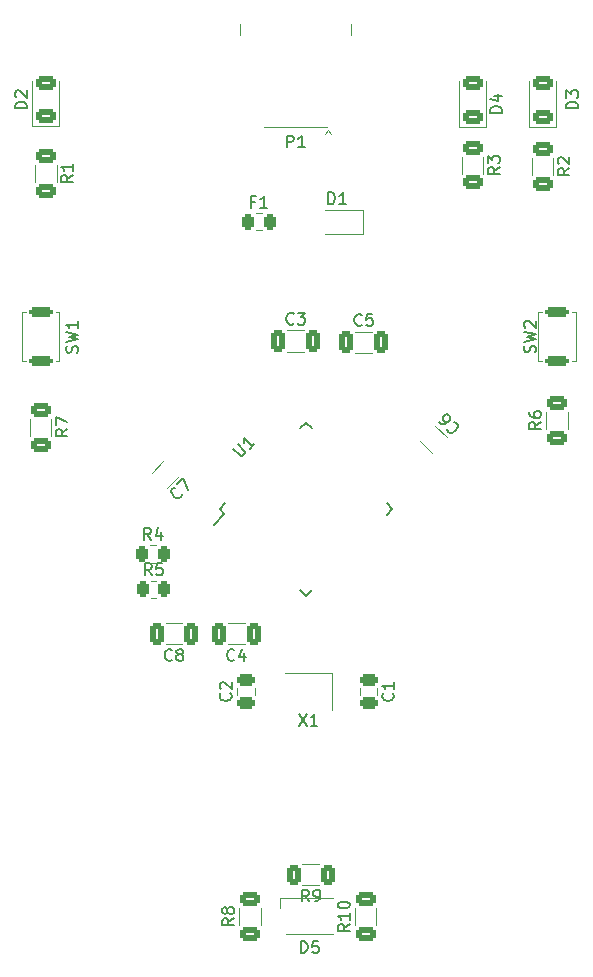
<source format=gto>
G04 #@! TF.GenerationSoftware,KiCad,Pcbnew,6.0.11-2627ca5db0~126~ubuntu22.04.1*
G04 #@! TF.CreationDate,2023-08-07T18:38:46+02:00*
G04 #@! TF.ProjectId,Qoobinoo,516f6f62-696e-46f6-9f2e-6b696361645f,rev?*
G04 #@! TF.SameCoordinates,Original*
G04 #@! TF.FileFunction,Legend,Top*
G04 #@! TF.FilePolarity,Positive*
%FSLAX46Y46*%
G04 Gerber Fmt 4.6, Leading zero omitted, Abs format (unit mm)*
G04 Created by KiCad (PCBNEW 6.0.11-2627ca5db0~126~ubuntu22.04.1) date 2023-08-07 18:38:46*
%MOMM*%
%LPD*%
G01*
G04 APERTURE LIST*
G04 Aperture macros list*
%AMRoundRect*
0 Rectangle with rounded corners*
0 $1 Rounding radius*
0 $2 $3 $4 $5 $6 $7 $8 $9 X,Y pos of 4 corners*
0 Add a 4 corners polygon primitive as box body*
4,1,4,$2,$3,$4,$5,$6,$7,$8,$9,$2,$3,0*
0 Add four circle primitives for the rounded corners*
1,1,$1+$1,$2,$3*
1,1,$1+$1,$4,$5*
1,1,$1+$1,$6,$7*
1,1,$1+$1,$8,$9*
0 Add four rect primitives between the rounded corners*
20,1,$1+$1,$2,$3,$4,$5,0*
20,1,$1+$1,$4,$5,$6,$7,0*
20,1,$1+$1,$6,$7,$8,$9,0*
20,1,$1+$1,$8,$9,$2,$3,0*%
%AMRotRect*
0 Rectangle, with rotation*
0 The origin of the aperture is its center*
0 $1 length*
0 $2 width*
0 $3 Rotation angle, in degrees counterclockwise*
0 Add horizontal line*
21,1,$1,$2,0,0,$3*%
G04 Aperture macros list end*
%ADD10C,0.150000*%
%ADD11C,0.120000*%
%ADD12RoundRect,0.200000X-0.800000X0.200000X-0.800000X-0.200000X0.800000X-0.200000X0.800000X0.200000X0*%
%ADD13RoundRect,0.250000X-0.475000X0.250000X-0.475000X-0.250000X0.475000X-0.250000X0.475000X0.250000X0*%
%ADD14RoundRect,0.250000X-0.325000X-0.650000X0.325000X-0.650000X0.325000X0.650000X-0.325000X0.650000X0*%
%ADD15RoundRect,0.250000X0.312500X0.625000X-0.312500X0.625000X-0.312500X-0.625000X0.312500X-0.625000X0*%
%ADD16RoundRect,0.250000X0.625000X-0.375000X0.625000X0.375000X-0.625000X0.375000X-0.625000X-0.375000X0*%
%ADD17RoundRect,0.250000X-0.262500X-0.450000X0.262500X-0.450000X0.262500X0.450000X-0.262500X0.450000X0*%
%ADD18RoundRect,0.250000X-0.689429X-0.229810X-0.229810X-0.689429X0.689429X0.229810X0.229810X0.689429X0*%
%ADD19C,1.700000*%
%ADD20RoundRect,0.250000X-0.625000X0.312500X-0.625000X-0.312500X0.625000X-0.312500X0.625000X0.312500X0*%
%ADD21RoundRect,0.200000X0.800000X-0.200000X0.800000X0.200000X-0.800000X0.200000X-0.800000X-0.200000X0*%
%ADD22RoundRect,0.250000X0.625000X-0.312500X0.625000X0.312500X-0.625000X0.312500X-0.625000X-0.312500X0*%
%ADD23RoundRect,0.250000X0.325000X0.650000X-0.325000X0.650000X-0.325000X-0.650000X0.325000X-0.650000X0*%
%ADD24R,1.400000X1.200000*%
%ADD25RoundRect,0.250000X-0.229810X0.689429X-0.689429X0.229810X0.229810X-0.689429X0.689429X-0.229810X0*%
%ADD26RotRect,1.500000X0.550000X45.000000*%
%ADD27RotRect,1.500000X0.550000X135.000000*%
%ADD28RotRect,4.500000X4.500000X45.000000*%
%ADD29R,2.400000X1.500000*%
%ADD30R,1.050000X1.500000*%
%ADD31R,0.300000X0.700000*%
%ADD32C,0.650000*%
%ADD33O,0.950000X1.800000*%
%ADD34R,0.700000X0.350000*%
%ADD35O,0.950000X2.280000*%
%ADD36O,1.330000X1.980000*%
%ADD37RoundRect,0.243750X-0.243750X-0.456250X0.243750X-0.456250X0.243750X0.456250X-0.243750X0.456250X0*%
%ADD38RoundRect,0.250000X0.475000X-0.250000X0.475000X0.250000X-0.475000X0.250000X-0.475000X-0.250000X0*%
%ADD39R,1.500000X1.100000*%
G04 APERTURE END LIST*
D10*
X131764761Y-78623333D02*
X131812380Y-78480476D01*
X131812380Y-78242380D01*
X131764761Y-78147142D01*
X131717142Y-78099523D01*
X131621904Y-78051904D01*
X131526666Y-78051904D01*
X131431428Y-78099523D01*
X131383809Y-78147142D01*
X131336190Y-78242380D01*
X131288571Y-78432857D01*
X131240952Y-78528095D01*
X131193333Y-78575714D01*
X131098095Y-78623333D01*
X131002857Y-78623333D01*
X130907619Y-78575714D01*
X130860000Y-78528095D01*
X130812380Y-78432857D01*
X130812380Y-78194761D01*
X130860000Y-78051904D01*
X130812380Y-77718571D02*
X131812380Y-77480476D01*
X131098095Y-77290000D01*
X131812380Y-77099523D01*
X130812380Y-76861428D01*
X131812380Y-75956666D02*
X131812380Y-76528095D01*
X131812380Y-76242380D02*
X130812380Y-76242380D01*
X130955238Y-76337619D01*
X131050476Y-76432857D01*
X131098095Y-76528095D01*
X158477142Y-107466666D02*
X158524761Y-107514285D01*
X158572380Y-107657142D01*
X158572380Y-107752380D01*
X158524761Y-107895238D01*
X158429523Y-107990476D01*
X158334285Y-108038095D01*
X158143809Y-108085714D01*
X158000952Y-108085714D01*
X157810476Y-108038095D01*
X157715238Y-107990476D01*
X157620000Y-107895238D01*
X157572380Y-107752380D01*
X157572380Y-107657142D01*
X157620000Y-107514285D01*
X157667619Y-107466666D01*
X158572380Y-106514285D02*
X158572380Y-107085714D01*
X158572380Y-106800000D02*
X157572380Y-106800000D01*
X157715238Y-106895238D01*
X157810476Y-106990476D01*
X157858095Y-107085714D01*
X155853333Y-76247142D02*
X155805714Y-76294761D01*
X155662857Y-76342380D01*
X155567619Y-76342380D01*
X155424761Y-76294761D01*
X155329523Y-76199523D01*
X155281904Y-76104285D01*
X155234285Y-75913809D01*
X155234285Y-75770952D01*
X155281904Y-75580476D01*
X155329523Y-75485238D01*
X155424761Y-75390000D01*
X155567619Y-75342380D01*
X155662857Y-75342380D01*
X155805714Y-75390000D01*
X155853333Y-75437619D01*
X156758095Y-75342380D02*
X156281904Y-75342380D01*
X156234285Y-75818571D01*
X156281904Y-75770952D01*
X156377142Y-75723333D01*
X156615238Y-75723333D01*
X156710476Y-75770952D01*
X156758095Y-75818571D01*
X156805714Y-75913809D01*
X156805714Y-76151904D01*
X156758095Y-76247142D01*
X156710476Y-76294761D01*
X156615238Y-76342380D01*
X156377142Y-76342380D01*
X156281904Y-76294761D01*
X156234285Y-76247142D01*
X150093333Y-76137142D02*
X150045714Y-76184761D01*
X149902857Y-76232380D01*
X149807619Y-76232380D01*
X149664761Y-76184761D01*
X149569523Y-76089523D01*
X149521904Y-75994285D01*
X149474285Y-75803809D01*
X149474285Y-75660952D01*
X149521904Y-75470476D01*
X149569523Y-75375238D01*
X149664761Y-75280000D01*
X149807619Y-75232380D01*
X149902857Y-75232380D01*
X150045714Y-75280000D01*
X150093333Y-75327619D01*
X150426666Y-75232380D02*
X151045714Y-75232380D01*
X150712380Y-75613333D01*
X150855238Y-75613333D01*
X150950476Y-75660952D01*
X150998095Y-75708571D01*
X151045714Y-75803809D01*
X151045714Y-76041904D01*
X150998095Y-76137142D01*
X150950476Y-76184761D01*
X150855238Y-76232380D01*
X150569523Y-76232380D01*
X150474285Y-76184761D01*
X150426666Y-76137142D01*
X151375833Y-125082380D02*
X151042500Y-124606190D01*
X150804404Y-125082380D02*
X150804404Y-124082380D01*
X151185357Y-124082380D01*
X151280595Y-124130000D01*
X151328214Y-124177619D01*
X151375833Y-124272857D01*
X151375833Y-124415714D01*
X151328214Y-124510952D01*
X151280595Y-124558571D01*
X151185357Y-124606190D01*
X150804404Y-124606190D01*
X151852023Y-125082380D02*
X152042500Y-125082380D01*
X152137738Y-125034761D01*
X152185357Y-124987142D01*
X152280595Y-124844285D01*
X152328214Y-124653809D01*
X152328214Y-124272857D01*
X152280595Y-124177619D01*
X152232976Y-124130000D01*
X152137738Y-124082380D01*
X151947261Y-124082380D01*
X151852023Y-124130000D01*
X151804404Y-124177619D01*
X151756785Y-124272857D01*
X151756785Y-124510952D01*
X151804404Y-124606190D01*
X151852023Y-124653809D01*
X151947261Y-124701428D01*
X152137738Y-124701428D01*
X152232976Y-124653809D01*
X152280595Y-124606190D01*
X152328214Y-124510952D01*
X127492380Y-57940595D02*
X126492380Y-57940595D01*
X126492380Y-57702500D01*
X126540000Y-57559642D01*
X126635238Y-57464404D01*
X126730476Y-57416785D01*
X126920952Y-57369166D01*
X127063809Y-57369166D01*
X127254285Y-57416785D01*
X127349523Y-57464404D01*
X127444761Y-57559642D01*
X127492380Y-57702500D01*
X127492380Y-57940595D01*
X126587619Y-56988214D02*
X126540000Y-56940595D01*
X126492380Y-56845357D01*
X126492380Y-56607261D01*
X126540000Y-56512023D01*
X126587619Y-56464404D01*
X126682857Y-56416785D01*
X126778095Y-56416785D01*
X126920952Y-56464404D01*
X127492380Y-57035833D01*
X127492380Y-56416785D01*
X138010833Y-94452380D02*
X137677500Y-93976190D01*
X137439404Y-94452380D02*
X137439404Y-93452380D01*
X137820357Y-93452380D01*
X137915595Y-93500000D01*
X137963214Y-93547619D01*
X138010833Y-93642857D01*
X138010833Y-93785714D01*
X137963214Y-93880952D01*
X137915595Y-93928571D01*
X137820357Y-93976190D01*
X137439404Y-93976190D01*
X138867976Y-93785714D02*
X138867976Y-94452380D01*
X138629880Y-93404761D02*
X138391785Y-94119047D01*
X139010833Y-94119047D01*
X163630288Y-84488915D02*
X163697631Y-84488915D01*
X163832318Y-84556259D01*
X163899662Y-84623603D01*
X163967005Y-84758290D01*
X163967005Y-84892977D01*
X163933334Y-84993992D01*
X163832318Y-85162351D01*
X163731303Y-85263366D01*
X163562944Y-85364381D01*
X163461929Y-85398053D01*
X163327242Y-85398053D01*
X163192555Y-85330709D01*
X163125211Y-85263366D01*
X163057868Y-85128679D01*
X163057868Y-85061335D01*
X162384433Y-84522587D02*
X162519120Y-84657274D01*
X162620135Y-84690946D01*
X162687479Y-84690946D01*
X162855837Y-84657274D01*
X163024196Y-84556259D01*
X163293570Y-84286885D01*
X163327242Y-84185870D01*
X163327242Y-84118526D01*
X163293570Y-84017511D01*
X163158883Y-83882824D01*
X163057868Y-83849152D01*
X162990524Y-83849152D01*
X162889509Y-83882824D01*
X162721150Y-84051183D01*
X162687479Y-84152198D01*
X162687479Y-84219541D01*
X162721150Y-84320557D01*
X162855837Y-84455244D01*
X162956853Y-84488915D01*
X163024196Y-84488915D01*
X163125211Y-84455244D01*
X167512380Y-62906666D02*
X167036190Y-63240000D01*
X167512380Y-63478095D02*
X166512380Y-63478095D01*
X166512380Y-63097142D01*
X166560000Y-63001904D01*
X166607619Y-62954285D01*
X166702857Y-62906666D01*
X166845714Y-62906666D01*
X166940952Y-62954285D01*
X166988571Y-63001904D01*
X167036190Y-63097142D01*
X167036190Y-63478095D01*
X166512380Y-62573333D02*
X166512380Y-61954285D01*
X166893333Y-62287619D01*
X166893333Y-62144761D01*
X166940952Y-62049523D01*
X166988571Y-62001904D01*
X167083809Y-61954285D01*
X167321904Y-61954285D01*
X167417142Y-62001904D01*
X167464761Y-62049523D01*
X167512380Y-62144761D01*
X167512380Y-62430476D01*
X167464761Y-62525714D01*
X167417142Y-62573333D01*
X170534761Y-78593333D02*
X170582380Y-78450476D01*
X170582380Y-78212380D01*
X170534761Y-78117142D01*
X170487142Y-78069523D01*
X170391904Y-78021904D01*
X170296666Y-78021904D01*
X170201428Y-78069523D01*
X170153809Y-78117142D01*
X170106190Y-78212380D01*
X170058571Y-78402857D01*
X170010952Y-78498095D01*
X169963333Y-78545714D01*
X169868095Y-78593333D01*
X169772857Y-78593333D01*
X169677619Y-78545714D01*
X169630000Y-78498095D01*
X169582380Y-78402857D01*
X169582380Y-78164761D01*
X169630000Y-78021904D01*
X169582380Y-77688571D02*
X170582380Y-77450476D01*
X169868095Y-77260000D01*
X170582380Y-77069523D01*
X169582380Y-76831428D01*
X169677619Y-76498095D02*
X169630000Y-76450476D01*
X169582380Y-76355238D01*
X169582380Y-76117142D01*
X169630000Y-76021904D01*
X169677619Y-75974285D01*
X169772857Y-75926666D01*
X169868095Y-75926666D01*
X170010952Y-75974285D01*
X170582380Y-76545714D01*
X170582380Y-75926666D01*
X145039902Y-126516666D02*
X144563712Y-126850000D01*
X145039902Y-127088095D02*
X144039902Y-127088095D01*
X144039902Y-126707142D01*
X144087522Y-126611904D01*
X144135141Y-126564285D01*
X144230379Y-126516666D01*
X144373236Y-126516666D01*
X144468474Y-126564285D01*
X144516093Y-126611904D01*
X144563712Y-126707142D01*
X144563712Y-127088095D01*
X144468474Y-125945238D02*
X144420855Y-126040476D01*
X144373236Y-126088095D01*
X144277998Y-126135714D01*
X144230379Y-126135714D01*
X144135141Y-126088095D01*
X144087522Y-126040476D01*
X144039902Y-125945238D01*
X144039902Y-125754761D01*
X144087522Y-125659523D01*
X144135141Y-125611904D01*
X144230379Y-125564285D01*
X144277998Y-125564285D01*
X144373236Y-125611904D01*
X144420855Y-125659523D01*
X144468474Y-125754761D01*
X144468474Y-125945238D01*
X144516093Y-126040476D01*
X144563712Y-126088095D01*
X144658950Y-126135714D01*
X144849426Y-126135714D01*
X144944664Y-126088095D01*
X144992283Y-126040476D01*
X145039902Y-125945238D01*
X145039902Y-125754761D01*
X144992283Y-125659523D01*
X144944664Y-125611904D01*
X144849426Y-125564285D01*
X144658950Y-125564285D01*
X144563712Y-125611904D01*
X144516093Y-125659523D01*
X144468474Y-125754761D01*
X171012380Y-84506666D02*
X170536190Y-84840000D01*
X171012380Y-85078095D02*
X170012380Y-85078095D01*
X170012380Y-84697142D01*
X170060000Y-84601904D01*
X170107619Y-84554285D01*
X170202857Y-84506666D01*
X170345714Y-84506666D01*
X170440952Y-84554285D01*
X170488571Y-84601904D01*
X170536190Y-84697142D01*
X170536190Y-85078095D01*
X170012380Y-83649523D02*
X170012380Y-83840000D01*
X170060000Y-83935238D01*
X170107619Y-83982857D01*
X170250476Y-84078095D01*
X170440952Y-84125714D01*
X170821904Y-84125714D01*
X170917142Y-84078095D01*
X170964761Y-84030476D01*
X171012380Y-83935238D01*
X171012380Y-83744761D01*
X170964761Y-83649523D01*
X170917142Y-83601904D01*
X170821904Y-83554285D01*
X170583809Y-83554285D01*
X170488571Y-83601904D01*
X170440952Y-83649523D01*
X170393333Y-83744761D01*
X170393333Y-83935238D01*
X170440952Y-84030476D01*
X170488571Y-84078095D01*
X170583809Y-84125714D01*
X130922380Y-85096666D02*
X130446190Y-85430000D01*
X130922380Y-85668095D02*
X129922380Y-85668095D01*
X129922380Y-85287142D01*
X129970000Y-85191904D01*
X130017619Y-85144285D01*
X130112857Y-85096666D01*
X130255714Y-85096666D01*
X130350952Y-85144285D01*
X130398571Y-85191904D01*
X130446190Y-85287142D01*
X130446190Y-85668095D01*
X129922380Y-84763333D02*
X129922380Y-84096666D01*
X130922380Y-84525238D01*
X167724380Y-58303095D02*
X166724380Y-58303095D01*
X166724380Y-58065000D01*
X166772000Y-57922142D01*
X166867238Y-57826904D01*
X166962476Y-57779285D01*
X167152952Y-57731666D01*
X167295809Y-57731666D01*
X167486285Y-57779285D01*
X167581523Y-57826904D01*
X167676761Y-57922142D01*
X167724380Y-58065000D01*
X167724380Y-58303095D01*
X167057714Y-56874523D02*
X167724380Y-56874523D01*
X166676761Y-57112619D02*
X167391047Y-57350714D01*
X167391047Y-56731666D01*
X138060833Y-97452380D02*
X137727500Y-96976190D01*
X137489404Y-97452380D02*
X137489404Y-96452380D01*
X137870357Y-96452380D01*
X137965595Y-96500000D01*
X138013214Y-96547619D01*
X138060833Y-96642857D01*
X138060833Y-96785714D01*
X138013214Y-96880952D01*
X137965595Y-96928571D01*
X137870357Y-96976190D01*
X137489404Y-96976190D01*
X138965595Y-96452380D02*
X138489404Y-96452380D01*
X138441785Y-96928571D01*
X138489404Y-96880952D01*
X138584642Y-96833333D01*
X138822738Y-96833333D01*
X138917976Y-96880952D01*
X138965595Y-96928571D01*
X139013214Y-97023809D01*
X139013214Y-97261904D01*
X138965595Y-97357142D01*
X138917976Y-97404761D01*
X138822738Y-97452380D01*
X138584642Y-97452380D01*
X138489404Y-97404761D01*
X138441785Y-97357142D01*
X139783333Y-104617142D02*
X139735714Y-104664761D01*
X139592857Y-104712380D01*
X139497619Y-104712380D01*
X139354761Y-104664761D01*
X139259523Y-104569523D01*
X139211904Y-104474285D01*
X139164285Y-104283809D01*
X139164285Y-104140952D01*
X139211904Y-103950476D01*
X139259523Y-103855238D01*
X139354761Y-103760000D01*
X139497619Y-103712380D01*
X139592857Y-103712380D01*
X139735714Y-103760000D01*
X139783333Y-103807619D01*
X140354761Y-104140952D02*
X140259523Y-104093333D01*
X140211904Y-104045714D01*
X140164285Y-103950476D01*
X140164285Y-103902857D01*
X140211904Y-103807619D01*
X140259523Y-103760000D01*
X140354761Y-103712380D01*
X140545238Y-103712380D01*
X140640476Y-103760000D01*
X140688095Y-103807619D01*
X140735714Y-103902857D01*
X140735714Y-103950476D01*
X140688095Y-104045714D01*
X140640476Y-104093333D01*
X140545238Y-104140952D01*
X140354761Y-104140952D01*
X140259523Y-104188571D01*
X140211904Y-104236190D01*
X140164285Y-104331428D01*
X140164285Y-104521904D01*
X140211904Y-104617142D01*
X140259523Y-104664761D01*
X140354761Y-104712380D01*
X140545238Y-104712380D01*
X140640476Y-104664761D01*
X140688095Y-104617142D01*
X140735714Y-104521904D01*
X140735714Y-104331428D01*
X140688095Y-104236190D01*
X140640476Y-104188571D01*
X140545238Y-104140952D01*
X154812380Y-126992857D02*
X154336190Y-127326190D01*
X154812380Y-127564285D02*
X153812380Y-127564285D01*
X153812380Y-127183333D01*
X153860000Y-127088095D01*
X153907619Y-127040476D01*
X154002857Y-126992857D01*
X154145714Y-126992857D01*
X154240952Y-127040476D01*
X154288571Y-127088095D01*
X154336190Y-127183333D01*
X154336190Y-127564285D01*
X154812380Y-126040476D02*
X154812380Y-126611904D01*
X154812380Y-126326190D02*
X153812380Y-126326190D01*
X153955238Y-126421428D01*
X154050476Y-126516666D01*
X154098095Y-126611904D01*
X153812380Y-125421428D02*
X153812380Y-125326190D01*
X153860000Y-125230952D01*
X153907619Y-125183333D01*
X154002857Y-125135714D01*
X154193333Y-125088095D01*
X154431428Y-125088095D01*
X154621904Y-125135714D01*
X154717142Y-125183333D01*
X154764761Y-125230952D01*
X154812380Y-125326190D01*
X154812380Y-125421428D01*
X154764761Y-125516666D01*
X154717142Y-125564285D01*
X154621904Y-125611904D01*
X154431428Y-125659523D01*
X154193333Y-125659523D01*
X154002857Y-125611904D01*
X153907619Y-125564285D01*
X153860000Y-125516666D01*
X153812380Y-125421428D01*
X150510476Y-109202380D02*
X151177142Y-110202380D01*
X151177142Y-109202380D02*
X150510476Y-110202380D01*
X152081904Y-110202380D02*
X151510476Y-110202380D01*
X151796190Y-110202380D02*
X151796190Y-109202380D01*
X151700952Y-109345238D01*
X151605714Y-109440476D01*
X151510476Y-109488095D01*
X173432380Y-63006666D02*
X172956190Y-63340000D01*
X173432380Y-63578095D02*
X172432380Y-63578095D01*
X172432380Y-63197142D01*
X172480000Y-63101904D01*
X172527619Y-63054285D01*
X172622857Y-63006666D01*
X172765714Y-63006666D01*
X172860952Y-63054285D01*
X172908571Y-63101904D01*
X172956190Y-63197142D01*
X172956190Y-63578095D01*
X172527619Y-62625714D02*
X172480000Y-62578095D01*
X172432380Y-62482857D01*
X172432380Y-62244761D01*
X172480000Y-62149523D01*
X172527619Y-62101904D01*
X172622857Y-62054285D01*
X172718095Y-62054285D01*
X172860952Y-62101904D01*
X173432380Y-62673333D01*
X173432380Y-62054285D01*
X140644586Y-90606786D02*
X140644586Y-90674129D01*
X140577242Y-90808816D01*
X140509899Y-90876160D01*
X140375211Y-90943503D01*
X140240524Y-90943503D01*
X140139509Y-90909832D01*
X139971150Y-90808816D01*
X139870135Y-90707801D01*
X139769120Y-90539442D01*
X139735448Y-90438427D01*
X139735448Y-90303740D01*
X139802792Y-90169053D01*
X139870135Y-90101709D01*
X140004822Y-90034366D01*
X140072166Y-90034366D01*
X140240524Y-89731320D02*
X140711929Y-89259916D01*
X141115990Y-90270068D01*
X144936080Y-86742256D02*
X145508500Y-87314676D01*
X145609515Y-87348348D01*
X145676859Y-87348348D01*
X145777874Y-87314676D01*
X145912561Y-87179989D01*
X145946233Y-87078974D01*
X145946233Y-87011630D01*
X145912561Y-86910615D01*
X145340141Y-86338195D01*
X146754355Y-86338195D02*
X146350294Y-86742256D01*
X146552324Y-86540226D02*
X145845218Y-85833119D01*
X145878889Y-86001478D01*
X145878889Y-86136165D01*
X145845218Y-86237180D01*
X174172380Y-57923095D02*
X173172380Y-57923095D01*
X173172380Y-57685000D01*
X173220000Y-57542142D01*
X173315238Y-57446904D01*
X173410476Y-57399285D01*
X173600952Y-57351666D01*
X173743809Y-57351666D01*
X173934285Y-57399285D01*
X174029523Y-57446904D01*
X174124761Y-57542142D01*
X174172380Y-57685000D01*
X174172380Y-57923095D01*
X173172380Y-57018333D02*
X173172380Y-56399285D01*
X173553333Y-56732619D01*
X173553333Y-56589761D01*
X173600952Y-56494523D01*
X173648571Y-56446904D01*
X173743809Y-56399285D01*
X173981904Y-56399285D01*
X174077142Y-56446904D01*
X174124761Y-56494523D01*
X174172380Y-56589761D01*
X174172380Y-56875476D01*
X174124761Y-56970714D01*
X174077142Y-57018333D01*
X153011904Y-66042380D02*
X153011904Y-65042380D01*
X153250000Y-65042380D01*
X153392857Y-65090000D01*
X153488095Y-65185238D01*
X153535714Y-65280476D01*
X153583333Y-65470952D01*
X153583333Y-65613809D01*
X153535714Y-65804285D01*
X153488095Y-65899523D01*
X153392857Y-65994761D01*
X153250000Y-66042380D01*
X153011904Y-66042380D01*
X154535714Y-66042380D02*
X153964285Y-66042380D01*
X154250000Y-66042380D02*
X154250000Y-65042380D01*
X154154761Y-65185238D01*
X154059523Y-65280476D01*
X153964285Y-65328095D01*
X131372380Y-63594166D02*
X130896190Y-63927500D01*
X131372380Y-64165595D02*
X130372380Y-64165595D01*
X130372380Y-63784642D01*
X130420000Y-63689404D01*
X130467619Y-63641785D01*
X130562857Y-63594166D01*
X130705714Y-63594166D01*
X130800952Y-63641785D01*
X130848571Y-63689404D01*
X130896190Y-63784642D01*
X130896190Y-64165595D01*
X131372380Y-62641785D02*
X131372380Y-63213214D01*
X131372380Y-62927500D02*
X130372380Y-62927500D01*
X130515238Y-63022738D01*
X130610476Y-63117976D01*
X130658095Y-63213214D01*
X149516904Y-61232380D02*
X149516904Y-60232380D01*
X149897857Y-60232380D01*
X149993095Y-60280000D01*
X150040714Y-60327619D01*
X150088333Y-60422857D01*
X150088333Y-60565714D01*
X150040714Y-60660952D01*
X149993095Y-60708571D01*
X149897857Y-60756190D01*
X149516904Y-60756190D01*
X151040714Y-61232380D02*
X150469285Y-61232380D01*
X150755000Y-61232380D02*
X150755000Y-60232380D01*
X150659761Y-60375238D01*
X150564523Y-60470476D01*
X150469285Y-60518095D01*
X145055833Y-104617142D02*
X145008214Y-104664761D01*
X144865357Y-104712380D01*
X144770119Y-104712380D01*
X144627261Y-104664761D01*
X144532023Y-104569523D01*
X144484404Y-104474285D01*
X144436785Y-104283809D01*
X144436785Y-104140952D01*
X144484404Y-103950476D01*
X144532023Y-103855238D01*
X144627261Y-103760000D01*
X144770119Y-103712380D01*
X144865357Y-103712380D01*
X145008214Y-103760000D01*
X145055833Y-103807619D01*
X145912976Y-104045714D02*
X145912976Y-104712380D01*
X145674880Y-103664761D02*
X145436785Y-104379047D01*
X146055833Y-104379047D01*
X146786666Y-65818571D02*
X146453333Y-65818571D01*
X146453333Y-66342380D02*
X146453333Y-65342380D01*
X146929523Y-65342380D01*
X147834285Y-66342380D02*
X147262857Y-66342380D01*
X147548571Y-66342380D02*
X147548571Y-65342380D01*
X147453333Y-65485238D01*
X147358095Y-65580476D01*
X147262857Y-65628095D01*
X144727142Y-107466666D02*
X144774761Y-107514285D01*
X144822380Y-107657142D01*
X144822380Y-107752380D01*
X144774761Y-107895238D01*
X144679523Y-107990476D01*
X144584285Y-108038095D01*
X144393809Y-108085714D01*
X144250952Y-108085714D01*
X144060476Y-108038095D01*
X143965238Y-107990476D01*
X143870000Y-107895238D01*
X143822380Y-107752380D01*
X143822380Y-107657142D01*
X143870000Y-107514285D01*
X143917619Y-107466666D01*
X143917619Y-107085714D02*
X143870000Y-107038095D01*
X143822380Y-106942857D01*
X143822380Y-106704761D01*
X143870000Y-106609523D01*
X143917619Y-106561904D01*
X144012857Y-106514285D01*
X144108095Y-106514285D01*
X144250952Y-106561904D01*
X144822380Y-107133333D01*
X144822380Y-106514285D01*
X150686948Y-129432380D02*
X150686948Y-128432380D01*
X150925044Y-128432380D01*
X151067901Y-128480000D01*
X151163139Y-128575238D01*
X151210758Y-128670476D01*
X151258377Y-128860952D01*
X151258377Y-129003809D01*
X151210758Y-129194285D01*
X151163139Y-129289523D01*
X151067901Y-129384761D01*
X150925044Y-129432380D01*
X150686948Y-129432380D01*
X152163139Y-128432380D02*
X151686948Y-128432380D01*
X151639329Y-128908571D01*
X151686948Y-128860952D01*
X151782186Y-128813333D01*
X152020282Y-128813333D01*
X152115520Y-128860952D01*
X152163139Y-128908571D01*
X152210758Y-129003809D01*
X152210758Y-129241904D01*
X152163139Y-129337142D01*
X152115520Y-129384761D01*
X152020282Y-129432380D01*
X151782186Y-129432380D01*
X151686948Y-129384761D01*
X151639329Y-129337142D01*
D11*
X130220000Y-79330000D02*
X129920000Y-79330000D01*
X127080000Y-75190000D02*
X127380000Y-75190000D01*
X127080000Y-79330000D02*
X127080000Y-75190000D01*
X127380000Y-79330000D02*
X127080000Y-79330000D01*
X129920000Y-75190000D02*
X130220000Y-75190000D01*
X130220000Y-75190000D02*
X130220000Y-79330000D01*
X155705000Y-107038748D02*
X155705000Y-107561252D01*
X157175000Y-107038748D02*
X157175000Y-107561252D01*
X155308748Y-76830000D02*
X156731252Y-76830000D01*
X155308748Y-78650000D02*
X156731252Y-78650000D01*
X149548748Y-78540000D02*
X150971252Y-78540000D01*
X149548748Y-76720000D02*
X150971252Y-76720000D01*
X152269564Y-123720000D02*
X150815436Y-123720000D01*
X152269564Y-121900000D02*
X150815436Y-121900000D01*
X130235000Y-59467500D02*
X130235000Y-55582500D01*
X127965000Y-55582500D02*
X127965000Y-59467500D01*
X127965000Y-59467500D02*
X130235000Y-59467500D01*
X137950436Y-94915000D02*
X138404564Y-94915000D01*
X137950436Y-96385000D02*
X138404564Y-96385000D01*
X162092287Y-84785353D02*
X163098149Y-85791215D01*
X160805353Y-86072287D02*
X161811215Y-87078149D01*
X166150000Y-62012936D02*
X166150000Y-63467064D01*
X164330000Y-62012936D02*
X164330000Y-63467064D01*
X173950000Y-79330000D02*
X173650000Y-79330000D01*
X171110000Y-79330000D02*
X170810000Y-79330000D01*
X170810000Y-79330000D02*
X170810000Y-75190000D01*
X173650000Y-75190000D02*
X173950000Y-75190000D01*
X173950000Y-75190000D02*
X173950000Y-79330000D01*
X170810000Y-75190000D02*
X171110000Y-75190000D01*
X147317522Y-127077064D02*
X147317522Y-125622936D01*
X145497522Y-127077064D02*
X145497522Y-125622936D01*
X173290000Y-85067064D02*
X173290000Y-83612936D01*
X171470000Y-85067064D02*
X171470000Y-83612936D01*
X127740000Y-84202936D02*
X127740000Y-85657064D01*
X129560000Y-84202936D02*
X129560000Y-85657064D01*
X166375000Y-59507500D02*
X166375000Y-55622500D01*
X164105000Y-59507500D02*
X166375000Y-59507500D01*
X164105000Y-55622500D02*
X164105000Y-59507500D01*
X138000436Y-97915000D02*
X138454564Y-97915000D01*
X138000436Y-99385000D02*
X138454564Y-99385000D01*
X140661252Y-101500000D02*
X139238748Y-101500000D01*
X140661252Y-103320000D02*
X139238748Y-103320000D01*
X155270000Y-127077064D02*
X155270000Y-125622936D01*
X157090000Y-127077064D02*
X157090000Y-125622936D01*
X153320000Y-105700000D02*
X149320000Y-105700000D01*
X153320000Y-108900000D02*
X153320000Y-105700000D01*
X172070000Y-62112936D02*
X172070000Y-63567064D01*
X170250000Y-62112936D02*
X170250000Y-63567064D01*
X139061215Y-87781851D02*
X138055353Y-88787713D01*
X140348149Y-89068785D02*
X139342287Y-90074647D01*
D10*
X151130000Y-99177235D02*
X151607297Y-98699938D01*
X151130000Y-84540125D02*
X150652703Y-85017422D01*
X143811445Y-91858680D02*
X144218031Y-92265266D01*
X151130000Y-99177235D02*
X150652703Y-98699938D01*
X151130000Y-84540125D02*
X151607297Y-85017422D01*
X143811445Y-91858680D02*
X144288742Y-91381383D01*
X158448555Y-91858680D02*
X157971258Y-91381383D01*
X144218031Y-92265266D02*
X143316470Y-93166828D01*
X158448555Y-91858680D02*
X157971258Y-92335977D01*
D11*
X170025000Y-55622500D02*
X170025000Y-59507500D01*
X172295000Y-59507500D02*
X172295000Y-55622500D01*
X170025000Y-59507500D02*
X172295000Y-59507500D01*
X152720000Y-68540000D02*
X155920000Y-68540000D01*
X155920000Y-66540000D02*
X155920000Y-68540000D01*
X155920000Y-66540000D02*
X152720000Y-66540000D01*
X128190000Y-62700436D02*
X128190000Y-64154564D01*
X130010000Y-62700436D02*
X130010000Y-64154564D01*
X145525000Y-50800000D02*
X145525000Y-51750000D01*
X152875000Y-59520000D02*
X147575000Y-59520000D01*
X152975000Y-59750000D02*
X152725000Y-60100000D01*
X153225000Y-60100000D02*
X152975000Y-59750000D01*
X154925000Y-51750000D02*
X154925000Y-50800000D01*
X145933752Y-103320000D02*
X144511248Y-103320000D01*
X145933752Y-101500000D02*
X144511248Y-101500000D01*
X146861422Y-68250000D02*
X147378578Y-68250000D01*
X146861422Y-66830000D02*
X147378578Y-66830000D01*
X145315000Y-107561252D02*
X145315000Y-107038748D01*
X146785000Y-107561252D02*
X146785000Y-107038748D01*
X149475044Y-127820000D02*
X153375044Y-127820000D01*
X148925000Y-124820000D02*
X153375044Y-124820000D01*
X148925044Y-125620000D02*
X148925044Y-124820000D01*
%LPC*%
D12*
X128650000Y-75160000D03*
X128650000Y-79360000D03*
D13*
X156440000Y-106350000D03*
X156440000Y-108250000D03*
D14*
X154545000Y-77740000D03*
X157495000Y-77740000D03*
X148785000Y-77630000D03*
X151735000Y-77630000D03*
D15*
X153005000Y-122810000D03*
X150080000Y-122810000D03*
D16*
X129100000Y-58582500D03*
X129100000Y-55782500D03*
D17*
X137265000Y-95650000D03*
X139090000Y-95650000D03*
D18*
X160908768Y-84888768D03*
X162994734Y-86974734D03*
D19*
X127000000Y-105410000D03*
X127000000Y-107950000D03*
X127000000Y-110490000D03*
X127000000Y-113030000D03*
X127000000Y-115570000D03*
X127000000Y-118110000D03*
X127000000Y-120650000D03*
X127000000Y-123190000D03*
X127000000Y-125730000D03*
X127000000Y-128270000D03*
X127000000Y-130810000D03*
X127000000Y-133350000D03*
D20*
X165240000Y-61277500D03*
X165240000Y-64202500D03*
D21*
X172380000Y-79360000D03*
X172380000Y-75160000D03*
D22*
X146407522Y-127812500D03*
X146407522Y-124887500D03*
X172380000Y-85802500D03*
X172380000Y-82877500D03*
D20*
X128650000Y-83467500D03*
X128650000Y-86392500D03*
D16*
X165240000Y-58622500D03*
X165240000Y-55822500D03*
D17*
X137315000Y-98650000D03*
X139140000Y-98650000D03*
D23*
X141425000Y-102410000D03*
X138475000Y-102410000D03*
D22*
X156180000Y-127812500D03*
X156180000Y-124887500D03*
D24*
X152420000Y-106500000D03*
X150220000Y-106500000D03*
X150220000Y-108100000D03*
X152420000Y-108100000D03*
D20*
X171160000Y-61377500D03*
X171160000Y-64302500D03*
D25*
X140244734Y-87885266D03*
X138158768Y-89971232D03*
D26*
X144271064Y-93060762D03*
X144836750Y-93626447D03*
X145402435Y-94192132D03*
X145968120Y-94757818D03*
X146533806Y-95323503D03*
X147099491Y-95889189D03*
X147665177Y-96454874D03*
X148230862Y-97020560D03*
X148796548Y-97586245D03*
X149362233Y-98151930D03*
X149927918Y-98717616D03*
D27*
X152332082Y-98717616D03*
X152897767Y-98151930D03*
X153463452Y-97586245D03*
X154029138Y-97020560D03*
X154594823Y-96454874D03*
X155160509Y-95889189D03*
X155726194Y-95323503D03*
X156291880Y-94757818D03*
X156857565Y-94192132D03*
X157423250Y-93626447D03*
X157988936Y-93060762D03*
D26*
X157988936Y-90656598D03*
X157423250Y-90090913D03*
X156857565Y-89525228D03*
X156291880Y-88959542D03*
X155726194Y-88393857D03*
X155160509Y-87828171D03*
X154594823Y-87262486D03*
X154029138Y-86696800D03*
X153463452Y-86131115D03*
X152897767Y-85565430D03*
X152332082Y-84999744D03*
D27*
X149927918Y-84999744D03*
X149362233Y-85565430D03*
X148796548Y-86131115D03*
X148230862Y-86696800D03*
X147665177Y-87262486D03*
X147099491Y-87828171D03*
X146533806Y-88393857D03*
X145968120Y-88959542D03*
X145402435Y-89525228D03*
X144836750Y-90090913D03*
X144271064Y-90656598D03*
D28*
X151130000Y-91858680D03*
D19*
X173990000Y-105410000D03*
X173990000Y-107950000D03*
X173990000Y-110490000D03*
X173990000Y-113030000D03*
X173990000Y-115570000D03*
X173990000Y-118110000D03*
X173990000Y-120650000D03*
X173990000Y-123190000D03*
X173990000Y-125730000D03*
X173990000Y-128270000D03*
X173990000Y-130810000D03*
X173990000Y-133350000D03*
D16*
X171160000Y-58622500D03*
X171160000Y-55822500D03*
D29*
X154570000Y-67540000D03*
D30*
X152195000Y-67540000D03*
D20*
X129100000Y-61965000D03*
X129100000Y-64890000D03*
D31*
X152975000Y-58610000D03*
X152475000Y-58610000D03*
X151975000Y-58610000D03*
X151475000Y-58610000D03*
X150975000Y-58610000D03*
X150475000Y-58610000D03*
X149975000Y-58610000D03*
X149475000Y-58610000D03*
X148975000Y-58610000D03*
X148475000Y-58610000D03*
X147975000Y-58610000D03*
X147475000Y-58610000D03*
D32*
X147425000Y-57500000D03*
X147825000Y-56600000D03*
X148625000Y-56600000D03*
X149025000Y-57500000D03*
X149425000Y-56600000D03*
X149825000Y-57500000D03*
X150625000Y-57500000D03*
X151025000Y-56600000D03*
X151425000Y-57500000D03*
X151825000Y-56600000D03*
X152625000Y-56600000D03*
X153025000Y-57500000D03*
D33*
X145930000Y-58330000D03*
D34*
X153600000Y-59395000D03*
D35*
X145650000Y-53440000D03*
D36*
X154615000Y-56350000D03*
D33*
X154520000Y-58330000D03*
D36*
X145835000Y-56350000D03*
D35*
X154800000Y-53440000D03*
D34*
X146850000Y-59395000D03*
D23*
X146697500Y-102410000D03*
X143747500Y-102410000D03*
D37*
X146182500Y-67540000D03*
X148057500Y-67540000D03*
D38*
X146050000Y-108250000D03*
X146050000Y-106350000D03*
D19*
X149190000Y-62720000D03*
X151730000Y-62720000D03*
D39*
X149925044Y-125570000D03*
X152925044Y-125570000D03*
X152925044Y-127070000D03*
X149925044Y-127070000D03*
M02*

</source>
